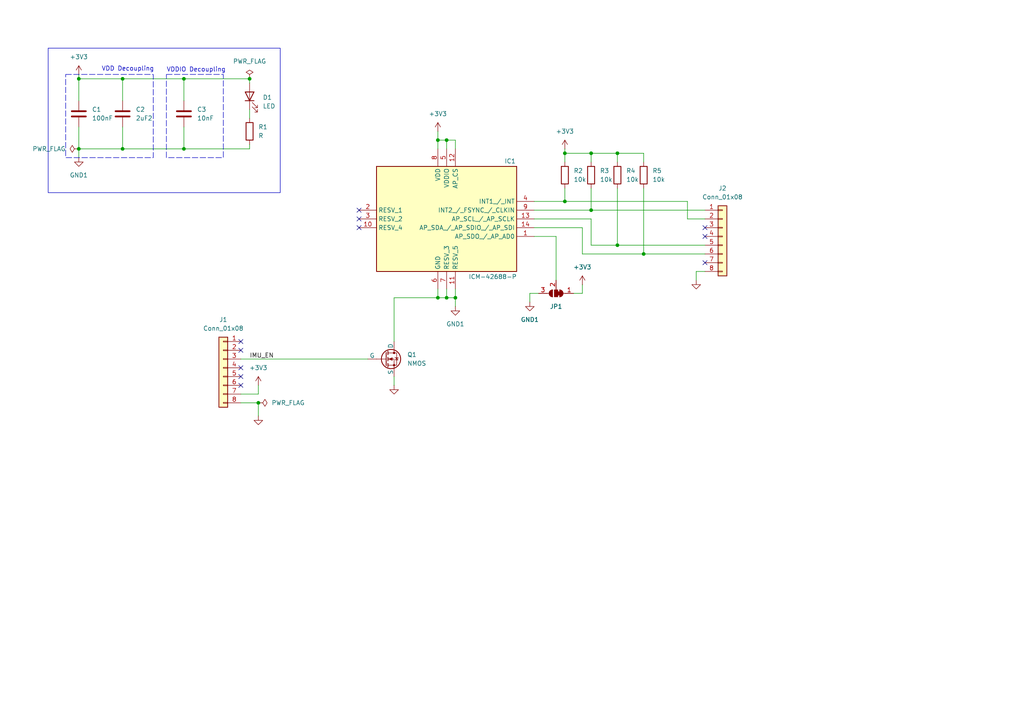
<source format=kicad_sch>
(kicad_sch (version 20250114) (generator "eeschema") (generator_version "9.0")
  (paper "A4")
  (lib_symbols
    (symbol "Connector_Generic:Conn_01x08" (pin_names (offset 1.016) (hide yes))
      (property "Reference" "J" (at 0 10.16 0))
      (property "Value" "Conn_01x08" (at 0 -12.7 0))
      (symbol "Conn_01x08_1_1"
        (rectangle (start -1.27 8.89) (end 1.27 -11.43) (stroke (width 0.254)) (fill (type background)))
        (rectangle (start -1.27 7.747) (end 0 7.493) (stroke (width 0.1524)))
        (rectangle (start -1.27 5.207) (end 0 4.953) (stroke (width 0.1524)))
        (rectangle (start -1.27 2.667) (end 0 2.413) (stroke (width 0.1524)))
        (rectangle (start -1.27 0.127) (end 0 -0.127) (stroke (width 0.1524)))
        (rectangle (start -1.27 -2.413) (end 0 -2.667) (stroke (width 0.1524)))
        (rectangle (start -1.27 -4.953) (end 0 -5.207) (stroke (width 0.1524)))
        (rectangle (start -1.27 -7.493) (end 0 -7.747) (stroke (width 0.1524)))
        (rectangle (start -1.27 -10.033) (end 0 -10.287) (stroke (width 0.1524)))
        (pin passive line (at -5.08 7.62 0) (length 3.81) (name "Pin_1") (number "1"))
        (pin passive line (at -5.08 5.08 0) (length 3.81) (name "Pin_2") (number "2"))
        (pin passive line (at -5.08 2.54 0) (length 3.81) (name "Pin_3") (number "3"))
        (pin passive line (at -5.08 0 0) (length 3.81) (name "Pin_4") (number "4"))
        (pin passive line (at -5.08 -2.54 0) (length 3.81) (name "Pin_5") (number "5"))
        (pin passive line (at -5.08 -5.08 0) (length 3.81) (name "Pin_6") (number "6"))
        (pin passive line (at -5.08 -7.62 0) (length 3.81) (name "Pin_7") (number "7"))
        (pin passive line (at -5.08 -10.16 0) (length 3.81) (name "Pin_8") (number "8"))
      )
    )
    (symbol "Device:C" (pin_numbers (hide yes)) (pin_names (offset 0.254))
      (property "Reference" "C" (at 0.635 2.54 0))
      (property "Value" "C" (at 0.635 -2.54 0))
      (symbol "C_0_1"
        (polyline (pts (xy -2.032 0.762) (xy 2.032 0.762)) (stroke (width 0.508)))
        (polyline (pts (xy -2.032 -0.762) (xy 2.032 -0.762)) (stroke (width 0.508)))
      )
      (symbol "C_1_1"
        (pin passive line (at 0 3.81 270) (length 2.794) (name "~") (number "1"))
        (pin passive line (at 0 -3.81 90) (length 2.794) (name "~") (number "2"))
      )
    )
    (symbol "Device:LED" (pin_numbers (hide yes)) (pin_names (offset 1.016) (hide yes))
      (property "Reference" "D" (at 0 2.54 0))
      (property "Value" "LED" (at 0 -2.54 0))
      (symbol "LED_0_1"
        (polyline (pts (xy -3.048 -0.762) (xy -4.572 -2.286) (xy -3.81 -2.286) (xy -4.572 -2.286) (xy -4.572 -1.524)))
        (polyline (pts (xy -1.778 -0.762) (xy -3.302 -2.286) (xy -2.54 -2.286) (xy -3.302 -2.286) (xy -3.302 -1.524)))
        (polyline (pts (xy -1.27 0) (xy 1.27 0)))
        (polyline (pts (xy -1.27 -1.27) (xy -1.27 1.27)) (stroke (width 0.254)))
        (polyline (pts (xy 1.27 -1.27) (xy 1.27 1.27) (xy -1.27 0) (xy 1.27 -1.27)) (stroke (width 0.254)))
      )
      (symbol "LED_1_1"
        (pin passive line (at -3.81 0 0) (length 2.54) (name "K") (number "1"))
        (pin passive line (at 3.81 0 180) (length 2.54) (name "A") (number "2"))
      )
    )
    (symbol "Device:R" (pin_numbers (hide yes)) (pin_names (offset 0))
      (property "Reference" "R" (at 2.032 0 90))
      (property "Value" "R" (at 0 0 90))
      (symbol "R_0_1"
        (rectangle (start -1.016 -2.54) (end 1.016 2.54) (stroke (width 0.254)))
      )
      (symbol "R_1_1"
        (pin passive line (at 0 3.81 270) (length 1.27) (name "~") (number "1"))
        (pin passive line (at 0 -3.81 90) (length 1.27) (name "~") (number "2"))
      )
    )
    (symbol "ICM-42688-P:ICM-42688-P"
      (property "Reference" "IC1" (at 16.764 16.764 0))
      (property "Value" "ICM-42688-P" (at 6.35 -16.764 0))
      (symbol "ICM-42688-P_1_1"
        (rectangle (start -20.32 15.24) (end 20.32 -15.24) (stroke (width 0.254)) (fill (type background)))
        (pin passive line (at -25.4 2.54 0) (length 5.08) (name "RESV_1") (number "2"))
        (pin passive line (at -25.4 0 0) (length 5.08) (name "RESV_2") (number "3"))
        (pin passive line (at -25.4 -2.54 0) (length 5.08) (name "RESV_4") (number "10"))
        (pin passive line (at -2.54 20.32 270) (length 5.08) (name "VDD") (number "8"))
        (pin passive line (at -2.54 -20.32 90) (length 5.08) (name "GND") (number "6"))
        (pin passive line (at 0 20.32 270) (length 5.08) (name "VDDIO") (number "5"))
        (pin passive line (at 0 -20.32 90) (length 5.08) (name "RESV_3") (number "7"))
        (pin passive line (at 2.54 20.32 270) (length 5.08) (name "AP_CS") (number "12"))
        (pin passive line (at 2.54 -20.32 90) (length 5.08) (name "RESV_5") (number "11"))
        (pin passive line (at 25.4 5.08 180) (length 5.08) (name "INT1_/_INT") (number "4"))
        (pin passive line (at 25.4 2.54 180) (length 5.08) (name "INT2_/_FSYNC_/_CLKIN") (number "9"))
        (pin passive line (at 25.4 0 180) (length 5.08) (name "AP_SCL_/_AP_SCLK") (number "13"))
        (pin passive line (at 25.4 -2.54 180) (length 5.08) (name "AP_SDA_/_AP_SDIO_/_AP_SDI") (number "14"))
        (pin passive line (at 25.4 -5.08 180) (length 5.08) (name "AP_SDO_/_AP_AD0") (number "1"))
      )
    )
    (symbol "Jumper:SolderJumper_3_Bridged12" (pin_names (offset 0) (hide yes)) (in_bom no)
      (property "Reference" "JP" (at -2.54 -2.54 0))
      (property "Value" "SolderJumper_3_Bridged12" (at 0 2.794 0))
      (symbol "SolderJumper_3_Bridged12_0_1"
        (polyline (pts (xy -2.54 0) (xy -2.032 0)))
        (polyline (pts (xy -1.016 1.016) (xy -1.016 -1.016)))
        (rectangle (start -1.016 0.508) (end -0.508 -0.508) (fill (type outline)))
        (arc (start -1.016 -1.016) (mid -2.0276 0) (end -1.016 1.016))
        (arc (start -1.016 -1.016) (mid -2.0276 0) (end -1.016 1.016) (fill (type outline)))
        (rectangle (start -0.508 1.016) (end 0.508 -1.016) (fill (type outline)))
        (polyline (pts (xy 0 -1.27) (xy 0 -1.016)))
        (arc (start 1.016 1.016) (mid 2.0276 0) (end 1.016 -1.016))
        (arc (start 1.016 1.016) (mid 2.0276 0) (end 1.016 -1.016) (fill (type outline)))
        (polyline (pts (xy 1.016 1.016) (xy 1.016 -1.016)))
        (polyline (pts (xy 2.54 0) (xy 2.032 0)))
      )
      (symbol "SolderJumper_3_Bridged12_1_1"
        (pin passive line (at -5.08 0 0) (length 2.54) (name "A") (number "1"))
        (pin passive line (at 0 -3.81 90) (length 2.54) (name "C") (number "2"))
        (pin passive line (at 5.08 0 180) (length 2.54) (name "B") (number "3"))
      )
    )
    (symbol "Simulation_SPICE:NMOS" (pin_numbers (hide yes)) (pin_names (offset 0))
      (property "Reference" "Q" (at 5.08 1.27 0))
      (property "Value" "NMOS" (at 5.08 -1.27 0))
      (symbol "NMOS_0_1"
        (polyline (pts (xy 0.254 1.905) (xy 0.254 -1.905)) (stroke (width 0.254)))
        (polyline (pts (xy 0.254 0) (xy -2.54 0)))
        (polyline (pts (xy 0.762 2.286) (xy 0.762 1.27)) (stroke (width 0.254)))
        (polyline (pts (xy 0.762 0.508) (xy 0.762 -0.508)) (stroke (width 0.254)))
        (polyline (pts (xy 0.762 -1.27) (xy 0.762 -2.286)) (stroke (width 0.254)))
        (polyline (pts (xy 0.762 -1.778) (xy 3.302 -1.778) (xy 3.302 1.778) (xy 0.762 1.778)))
        (polyline (pts (xy 1.016 0) (xy 2.032 0.381) (xy 2.032 -0.381) (xy 1.016 0)) (fill (type outline)))
        (circle (center 1.651 0) (radius 2.794) (stroke (width 0.254)))
        (polyline (pts (xy 2.54 2.54) (xy 2.54 1.778)))
        (circle (center 2.54 1.778) (radius 0.254) (fill (type outline)))
        (circle (center 2.54 -1.778) (radius 0.254) (fill (type outline)))
        (polyline (pts (xy 2.54 -2.54) (xy 2.54 0) (xy 0.762 0)))
        (polyline (pts (xy 2.794 0.508) (xy 2.921 0.381) (xy 3.683 0.381) (xy 3.81 0.254)))
        (polyline (pts (xy 3.302 0.381) (xy 2.921 -0.254) (xy 3.683 -0.254) (xy 3.302 0.381)))
      )
      (symbol "NMOS_1_1"
        (pin input line (at -5.08 0 0) (length 2.54) (name "G") (number "2"))
        (pin passive line (at 2.54 5.08 270) (length 2.54) (name "D") (number "1"))
        (pin passive line (at 2.54 -5.08 90) (length 2.54) (name "S") (number "3"))
      )
    )
    (symbol "power:+3V3" (power) (pin_numbers (hide yes)) (pin_names (offset 0) (hide yes))
      (property "Value" "+3V3" (at 0 3.556 0))
      (symbol "+3V3_0_1"
        (polyline (pts (xy -0.762 1.27) (xy 0 2.54)))
        (polyline (pts (xy 0 2.54) (xy 0.762 1.27)))
        (polyline (pts (xy 0 0) (xy 0 2.54)))
      )
      (symbol "+3V3_1_1"
        (pin power_in line (at 0 0 90) (length 0) (name "~") (number "1"))
      )
    )
    (symbol "power:GND" (power) (pin_numbers (hide yes)) (pin_names (offset 0) (hide yes))
      (property "Value" "GND" (at 0 -3.81 0))
      (symbol "GND_0_1"
        (polyline (pts (xy 0 0) (xy 0 -1.27) (xy 1.27 -1.27) (xy 0 -2.54) (xy -1.27 -1.27) (xy 0 -1.27)))
      )
      (symbol "GND_1_1"
        (pin power_in line (at 0 0 270) (length 0) (name "~") (number "1"))
      )
    )
    (symbol "power:GND1" (power) (pin_numbers (hide yes)) (pin_names (offset 0) (hide yes))
      (property "Value" "GND1" (at 0 -3.81 0))
      (symbol "GND1_0_1"
        (polyline (pts (xy 0 0) (xy 0 -1.27) (xy 1.27 -1.27) (xy 0 -2.54) (xy -1.27 -1.27) (xy 0 -1.27)))
      )
      (symbol "GND1_1_1"
        (pin power_in line (at 0 0 270) (length 0) (name "~") (number "1"))
      )
    )
    (symbol "power:PWR_FLAG" (power) (pin_numbers (hide yes)) (pin_names (offset 0) (hide yes))
      (property "Value" "PWR_FLAG" (at 0 3.81 0))
      (symbol "PWR_FLAG_0_0"
        (pin power_out line (at 0 0 90) (length 0) (name "~") (number "1"))
      )
      (symbol "PWR_FLAG_0_1"
        (polyline (pts (xy 0 0) (xy 0 1.27) (xy -1.016 1.905) (xy 0 2.54) (xy 1.016 1.905) (xy 0 1.27)))
      )
    )
  )
  (rectangle (start 19.05 21.59) (end 44.45 45.72) (stroke (width 0) (type dash)))
  (rectangle (start 48.26 21.59) (end 64.77 45.72) (stroke (width 0) (type dash)))
  (rectangle (start 13.97 13.97) (end 81.28 55.88))
  (text "VDD Decoupling\n" (at 37.084 20.066 0) (effects (font (size 1.27 1.27))))
  (text "VDDIO Decoupling" (at 56.896 20.32 0) (effects (font (size 1.27 1.27))))
  (junction (at 35.56 43.18))
  (junction (at 171.45 44.45))
  (junction (at 129.54 40.64))
  (junction (at 179.07 44.45))
  (junction (at 127 86.36))
  (junction (at 163.83 58.42))
  (junction (at 171.45 60.96))
  (junction (at 35.56 22.86))
  (junction (at 53.34 22.86))
  (junction (at 22.86 43.18))
  (junction (at 53.34 43.18))
  (junction (at 186.69 73.66))
  (junction (at 74.93 116.84))
  (junction (at 179.07 71.12))
  (junction (at 22.86 22.86))
  (junction (at 163.83 44.45))
  (junction (at 72.39 22.86))
  (junction (at 129.54 86.36))
  (junction (at 127 40.64))
  (junction (at 132.08 86.36))
  (no_connect (at 69.85 101.6))
  (no_connect (at 69.85 106.68))
  (no_connect (at 69.85 109.22))
  (no_connect (at 204.47 76.2))
  (no_connect (at 104.14 63.5))
  (no_connect (at 69.85 111.76))
  (no_connect (at 104.14 60.96))
  (no_connect (at 69.85 99.06))
  (no_connect (at 204.47 66.04))
  (no_connect (at 204.47 68.58))
  (no_connect (at 104.14 66.04))
  (wire (pts (xy 153.67 87.63) (xy 153.67 85.09)))
  (wire (pts (xy 72.39 31.75) (xy 72.39 34.29)))
  (wire (pts (xy 163.83 43.18) (xy 163.83 44.45)))
  (wire (pts (xy 132.08 40.64) (xy 129.54 40.64)))
  (wire (pts (xy 22.86 22.86) (xy 22.86 29.21)))
  (wire (pts (xy 127 83.82) (xy 127 86.36)))
  (wire (pts (xy 129.54 40.64) (xy 127 40.64)))
  (wire (pts (xy 154.94 66.04) (xy 168.91 66.04)))
  (wire (pts (xy 72.39 22.86) (xy 53.34 22.86)))
  (wire (pts (xy 74.93 114.3) (xy 74.93 111.76)))
  (wire (pts (xy 179.07 54.61) (xy 179.07 71.12)))
  (wire (pts (xy 53.34 29.21) (xy 53.34 22.86)))
  (wire (pts (xy 161.29 68.58) (xy 154.94 68.58)))
  (wire (pts (xy 69.85 114.3) (xy 74.93 114.3)))
  (wire (pts (xy 35.56 29.21) (xy 35.56 22.86)))
  (wire (pts (xy 129.54 86.36) (xy 127 86.36)))
  (wire (pts (xy 74.93 120.65) (xy 74.93 116.84)))
  (wire (pts (xy 201.93 78.74) (xy 201.93 81.28)))
  (wire (pts (xy 186.69 44.45) (xy 179.07 44.45)))
  (wire (pts (xy 171.45 46.99) (xy 171.45 44.45)))
  (wire (pts (xy 69.85 104.14) (xy 106.68 104.14)))
  (wire (pts (xy 114.3 86.36) (xy 127 86.36)))
  (wire (pts (xy 186.69 54.61) (xy 186.69 73.66)))
  (wire (pts (xy 153.67 85.09) (xy 156.21 85.09)))
  (wire (pts (xy 168.91 85.09) (xy 168.91 82.55)))
  (wire (pts (xy 72.39 24.13) (xy 72.39 22.86)))
  (wire (pts (xy 186.69 46.99) (xy 186.69 44.45)))
  (wire (pts (xy 35.56 22.86) (xy 22.86 22.86)))
  (wire (pts (xy 163.83 54.61) (xy 163.83 58.42)))
  (wire (pts (xy 168.91 73.66) (xy 186.69 73.66)))
  (wire (pts (xy 22.86 21.59) (xy 22.86 22.86)))
  (wire (pts (xy 114.3 86.36) (xy 114.3 99.06)))
  (wire (pts (xy 179.07 44.45) (xy 179.07 46.99)))
  (wire (pts (xy 129.54 43.18) (xy 129.54 40.64)))
  (wire (pts (xy 35.56 22.86) (xy 53.34 22.86)))
  (wire (pts (xy 114.3 109.22) (xy 114.3 111.76)))
  (wire (pts (xy 171.45 44.45) (xy 179.07 44.45)))
  (wire (pts (xy 127 40.64) (xy 127 43.18)))
  (wire (pts (xy 53.34 36.83) (xy 53.34 43.18)))
  (wire (pts (xy 74.93 116.84) (xy 69.85 116.84)))
  (wire (pts (xy 199.39 63.5) (xy 199.39 58.42)))
  (wire (pts (xy 204.47 78.74) (xy 201.93 78.74)))
  (wire (pts (xy 163.83 46.99) (xy 163.83 44.45)))
  (wire (pts (xy 199.39 63.5) (xy 204.47 63.5)))
  (wire (pts (xy 22.86 45.72) (xy 22.86 43.18)))
  (wire (pts (xy 163.83 58.42) (xy 199.39 58.42)))
  (wire (pts (xy 154.94 58.42) (xy 163.83 58.42)))
  (wire (pts (xy 132.08 86.36) (xy 132.08 88.9)))
  (wire (pts (xy 168.91 66.04) (xy 168.91 73.66)))
  (wire (pts (xy 132.08 43.18) (xy 132.08 40.64)))
  (wire (pts (xy 154.94 60.96) (xy 171.45 60.96)))
  (wire (pts (xy 72.39 43.18) (xy 72.39 41.91)))
  (wire (pts (xy 127 38.1) (xy 127 40.64)))
  (wire (pts (xy 22.86 36.83) (xy 22.86 43.18)))
  (wire (pts (xy 179.07 71.12) (xy 204.47 71.12)))
  (wire (pts (xy 129.54 83.82) (xy 129.54 86.36)))
  (wire (pts (xy 22.86 43.18) (xy 35.56 43.18)))
  (wire (pts (xy 53.34 43.18) (xy 72.39 43.18)))
  (wire (pts (xy 132.08 86.36) (xy 129.54 86.36)))
  (wire (pts (xy 171.45 54.61) (xy 171.45 60.96)))
  (wire (pts (xy 163.83 44.45) (xy 171.45 44.45)))
  (wire (pts (xy 132.08 83.82) (xy 132.08 86.36)))
  (wire (pts (xy 171.45 60.96) (xy 204.47 60.96)))
  (wire (pts (xy 35.56 36.83) (xy 35.56 43.18)))
  (wire (pts (xy 171.45 71.12) (xy 179.07 71.12)))
  (wire (pts (xy 35.56 43.18) (xy 53.34 43.18)))
  (wire (pts (xy 186.69 73.66) (xy 204.47 73.66)))
  (wire (pts (xy 154.94 63.5) (xy 171.45 63.5)))
  (wire (pts (xy 166.37 85.09) (xy 168.91 85.09)))
  (wire (pts (xy 171.45 63.5) (xy 171.45 71.12)))
  (wire (pts (xy 161.29 81.28) (xy 161.29 68.58)))
  (label "IMU_EN" (at 72.39 104.14 0))
  (symbol (lib_id "Connector_Generic:Conn_01x08") (at 64.77 106.68 0) (mirror y) (unit 1)
    (property "Reference" "J1" (at 64.77 92.71 0))
    (property "Value" "Conn_01x08" (at 64.77 95.25 0))
    (property "Description" "Generic connector, single row, 01x08, script generated (kicad-library-utils/schlib/autogen/connector/)" (effects (hide yes)))
  )
  (symbol (lib_id "power:GND1") (at 132.08 88.9 0) (unit 1)
    (property "Reference" "#PWR07" (effects (hide yes)))
    (property "Value" "GND1" (at 132.08 93.98 0))
    (property "Description" "Power symbol creates a global label with name \"GND1\" , ground" (effects (hide yes)))
  )
  (symbol (lib_id "Device:R") (at 72.39 38.1 0) (unit 1)
    (property "Reference" "R1" (at 74.93 36.8299 0) (effects (justify left)))
    (property "Value" "R" (at 74.93 39.3699 0) (effects (justify left)))
    (property "Description" "Resistor" (effects (hide yes)))
  )
  (symbol (lib_id "Device:C") (at 53.34 33.02 0) (unit 1)
    (property "Reference" "C3" (at 57.15 31.7499 0) (effects (justify left)))
    (property "Value" "10nF" (at 57.15 34.2899 0) (effects (justify left)))
    (property "Description" "Unpolarized capacitor" (effects (hide yes)))
  )
  (symbol (lib_id "power:+3V3") (at 168.91 82.55 0) (unit 1)
    (property "Reference" "#PWR010" (effects (hide yes)))
    (property "Value" "+3V3" (at 168.91 77.47 0))
    (property "Description" "Power symbol creates a global label with name \"+3V3\"" (effects (hide yes)))
  )
  (symbol (lib_id "Device:LED") (at 72.39 27.94 90) (unit 1)
    (property "Reference" "D1" (at 76.2 28.2574 90) (effects (justify right)))
    (property "Value" "LED" (at 76.2 30.7974 90) (effects (justify right)))
    (property "Description" "Light emitting diode" (effects (hide yes)))
    (property "Sim.Pins" "1=K 2=A" (effects (hide yes)))
  )
  (symbol (lib_id "power:GND") (at 201.93 81.28 0) (unit 1)
    (property "Reference" "#PWR011" (effects (hide yes)))
    (property "Value" "GND" (effects (hide yes)))
    (property "Description" "Power symbol creates a global label with name \"GND\" , ground" (effects (hide yes)))
  )
  (symbol (lib_id "Device:R") (at 179.07 50.8 0) (unit 1)
    (property "Reference" "R4" (at 181.61 49.5299 0) (effects (justify left)))
    (property "Value" "10k" (at 181.61 52.0699 0) (effects (justify left)))
    (property "Description" "Resistor" (effects (hide yes)))
  )
  (symbol (lib_id "power:PWR_FLAG") (at 22.86 43.18 90) (unit 1)
    (property "Reference" "#FLG03" (effects (hide yes)))
    (property "Value" "PWR_FLAG" (at 19.05 43.1799 90) (effects (justify left)))
    (property "Description" "Special symbol for telling ERC where power comes from" (effects (hide yes)))
  )
  (symbol (lib_id "power:+3V3") (at 163.83 43.18 0) (unit 1)
    (property "Reference" "#PWR09" (effects (hide yes)))
    (property "Value" "+3V3" (at 163.83 38.1 0))
    (property "Description" "Power symbol creates a global label with name \"+3V3\"" (effects (hide yes)))
  )
  (symbol (lib_id "power:PWR_FLAG") (at 72.39 22.86 0) (unit 1)
    (property "Reference" "#FLG01" (effects (hide yes)))
    (property "Value" "PWR_FLAG" (at 72.39 17.78 0))
    (property "Description" "Special symbol for telling ERC where power comes from" (effects (hide yes)))
  )
  (symbol (lib_id "Device:C") (at 35.56 33.02 0) (unit 1)
    (property "Reference" "C2" (at 39.37 31.7499 0) (effects (justify left)))
    (property "Value" "2uF2" (at 39.37 34.2899 0) (effects (justify left)))
    (property "Description" "Unpolarized capacitor" (effects (hide yes)))
  )
  (symbol (lib_id "Device:R") (at 186.69 50.8 0) (unit 1)
    (property "Reference" "R5" (at 189.23 49.5299 0) (effects (justify left)))
    (property "Value" "10k" (at 189.23 52.0699 0) (effects (justify left)))
    (property "Description" "Resistor" (effects (hide yes)))
  )
  (symbol (lib_id "power:GND1") (at 153.67 87.63 0) (unit 1)
    (property "Reference" "#PWR08" (effects (hide yes)))
    (property "Value" "GND1" (at 153.67 92.71 0))
    (property "Description" "Power symbol creates a global label with name \"GND1\" , ground" (effects (hide yes)))
  )
  (symbol (lib_id "power:GND1") (at 22.86 45.72 0) (unit 1)
    (property "Reference" "#PWR02" (effects (hide yes)))
    (property "Value" "GND1" (at 22.86 50.8 0))
    (property "Description" "Power symbol creates a global label with name \"GND1\" , ground" (effects (hide yes)))
  )
  (symbol (lib_id "Jumper:SolderJumper_3_Bridged12") (at 161.29 85.09 180) (unit 1) (in_bom no)
    (property "Reference" "JP1" (at 161.29 88.9 0))
    (property "Value" "SolderJumper_3_Bridged12" (effects (hide yes)))
    (property "Description" "3-pole Solder Jumper, pins 1+2 closed/bridged" (effects (hide yes)))
  )
  (symbol (lib_id "Device:R") (at 163.83 50.8 0) (unit 1)
    (property "Reference" "R2" (at 166.37 49.5299 0) (effects (justify left)))
    (property "Value" "10k" (at 166.37 52.0699 0) (effects (justify left)))
    (property "Description" "Resistor" (effects (hide yes)))
  )
  (symbol (lib_id "power:PWR_FLAG") (at 74.93 116.84 270) (unit 1)
    (property "Reference" "#FLG02" (effects (hide yes)))
    (property "Value" "PWR_FLAG" (at 78.74 116.8399 90) (effects (justify left)))
    (property "Description" "Special symbol for telling ERC where power comes from" (effects (hide yes)))
  )
  (symbol (lib_id "power:+3V3") (at 22.86 21.59 0) (unit 1)
    (property "Reference" "#PWR01" (effects (hide yes)))
    (property "Value" "+3V3" (at 22.86 16.51 0))
    (property "Description" "Power symbol creates a global label with name \"+3V3\"" (effects (hide yes)))
  )
  (symbol (lib_id "power:GND") (at 114.3 111.76 0) (unit 1)
    (property "Reference" "#PWR05" (effects (hide yes)))
    (property "Value" "GND" (effects (hide yes)))
    (property "Description" "Power symbol creates a global label with name \"GND\" , ground" (effects (hide yes)))
  )
  (symbol (lib_id "ICM-42688-P:ICM-42688-P") (at 129.54 63.5 0) (unit 1)
    (property "Reference" "IC1" (at 146.304 46.736 0) (effects (justify left)))
    (property "Value" "ICM-42688-P" (at 135.89 80.264 0) (effects (justify left)))
    (property "Footprint" "IIM42352" (effects (hide yes)))
    (property "Datasheet" "https://3cfeqx1hf82y3xcoull08ihx-wpengine.netdna-ssl.com/wp-content/uploads/2021/06/DS-000347-ICM-42688-P-v1.5.pdf" (effects (hide yes)))
    (property "Description" "IMU (Inertial Measurement Unit), 6-Axis, Accelerometer, Gyroscope" (effects (hide yes)))
    (property "Manufacturer_Name" "TDK" (effects (hide yes)))
    (property "Manufacturer_Part_Number" "ICM-42688-P" (effects (hide yes)))
    (property "Mouser Part Number" "410-ICM-42688-P" (effects (hide yes)))
    (property "Mouser Price/Stock" "https://www.mouser.co.uk/ProductDetail/TDK-InvenSense/ICM-42688-P?qs=OlC7AqGiEDk8QrNAV728zw%3D%3D" (effects (hide yes)))
    (property "Arrow Part Number" "ICM-42688-P" (effects (hide yes)))
    (property "Arrow Price/Stock" "https://www.arrow.com/en/products/icm-42688-p/invensense?utm_currency=USD&region=nac" (effects (hide yes)))
  )
  (symbol (lib_id "power:+3V3") (at 127 38.1 0) (unit 1)
    (property "Reference" "#PWR06" (effects (hide yes)))
    (property "Value" "+3V3" (at 127 33.02 0))
    (property "Description" "Power symbol creates a global label with name \"+3V3\"" (effects (hide yes)))
  )
  (symbol (lib_id "Connector_Generic:Conn_01x08") (at 209.55 68.58 0) (unit 1)
    (property "Reference" "J2" (at 209.55 54.61 0))
    (property "Value" "Conn_01x08" (at 209.55 57.15 0))
    (property "Description" "Generic connector, single row, 01x08, script generated (kicad-library-utils/schlib/autogen/connector/)" (effects (hide yes)))
  )
  (symbol (lib_id "Simulation_SPICE:NMOS") (at 111.76 104.14 0) (unit 1)
    (property "Reference" "Q1" (at 118.11 102.8699 0) (effects (justify left)))
    (property "Value" "NMOS" (at 118.11 105.4099 0) (effects (justify left)))
    (property "Datasheet" "https://ngspice.sourceforge.io/docs/ngspice-html-manual/manual.xhtml#cha_MOSFETs" (effects (hide yes)))
    (property "Description" "N-MOSFET transistor, drain/source/gate" (effects (hide yes)))
    (property "Sim.Device" "NMOS" (effects (hide yes)))
    (property "Sim.Type" "VDMOS" (effects (hide yes)))
    (property "Sim.Pins" "1=D 2=G 3=S" (effects (hide yes)))
  )
  (symbol (lib_id "power:GND") (at 74.93 120.65 0) (unit 1)
    (property "Reference" "#PWR04" (effects (hide yes)))
    (property "Value" "GND" (effects (hide yes)))
    (property "Description" "Power symbol creates a global label with name \"GND\" , ground" (effects (hide yes)))
  )
  (symbol (lib_id "Device:C") (at 22.86 33.02 0) (unit 1)
    (property "Reference" "C1" (at 26.67 31.7499 0) (effects (justify left)))
    (property "Value" "100nF" (at 26.67 34.2899 0) (effects (justify left)))
    (property "Description" "Unpolarized capacitor" (effects (hide yes)))
  )
  (symbol (lib_id "power:+3V3") (at 74.93 111.76 0) (unit 1)
    (property "Reference" "#PWR03" (effects (hide yes)))
    (property "Value" "+3V3" (at 74.93 106.68 0))
    (property "Description" "Power symbol creates a global label with name \"+3V3\"" (effects (hide yes)))
  )
  (symbol (lib_id "Device:R") (at 171.45 50.8 0) (unit 1)
    (property "Reference" "R3" (at 173.99 49.5299 0) (effects (justify left)))
    (property "Value" "10k" (at 173.99 52.0699 0) (effects (justify left)))
    (property "Description" "Resistor" (effects (hide yes)))
  )
)
</source>
